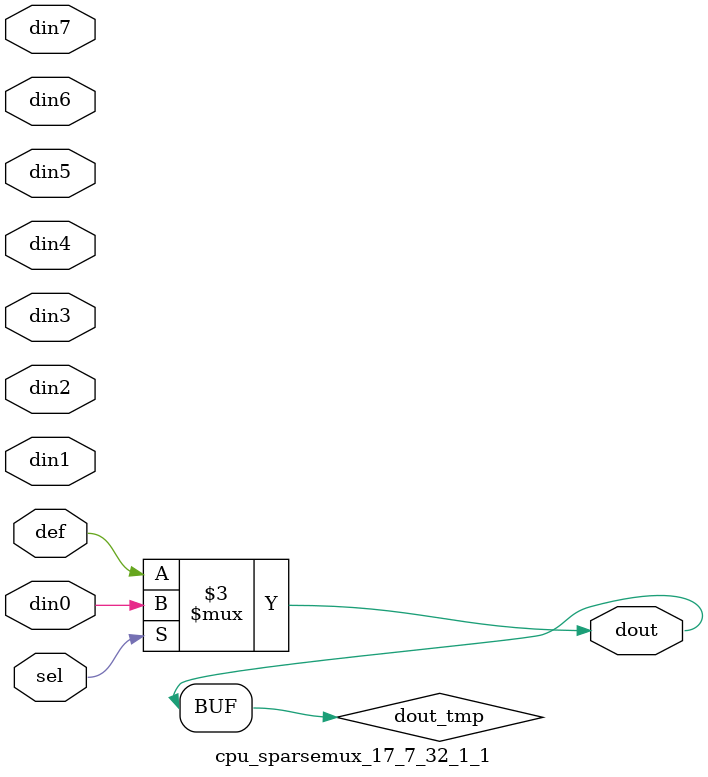
<source format=v>
`timescale 1ns / 1ps

module cpu_sparsemux_17_7_32_1_1 (din0,din1,din2,din3,din4,din5,din6,din7,def,sel,dout);

parameter din0_WIDTH = 1;

parameter din1_WIDTH = 1;

parameter din2_WIDTH = 1;

parameter din3_WIDTH = 1;

parameter din4_WIDTH = 1;

parameter din5_WIDTH = 1;

parameter din6_WIDTH = 1;

parameter din7_WIDTH = 1;

parameter def_WIDTH = 1;
parameter sel_WIDTH = 1;
parameter dout_WIDTH = 1;

parameter [sel_WIDTH-1:0] CASE0 = 1;

parameter [sel_WIDTH-1:0] CASE1 = 1;

parameter [sel_WIDTH-1:0] CASE2 = 1;

parameter [sel_WIDTH-1:0] CASE3 = 1;

parameter [sel_WIDTH-1:0] CASE4 = 1;

parameter [sel_WIDTH-1:0] CASE5 = 1;

parameter [sel_WIDTH-1:0] CASE6 = 1;

parameter [sel_WIDTH-1:0] CASE7 = 1;

parameter ID = 1;
parameter NUM_STAGE = 1;



input [din0_WIDTH-1:0] din0;

input [din1_WIDTH-1:0] din1;

input [din2_WIDTH-1:0] din2;

input [din3_WIDTH-1:0] din3;

input [din4_WIDTH-1:0] din4;

input [din5_WIDTH-1:0] din5;

input [din6_WIDTH-1:0] din6;

input [din7_WIDTH-1:0] din7;

input [def_WIDTH-1:0] def;
input [sel_WIDTH-1:0] sel;

output [dout_WIDTH-1:0] dout;



reg [dout_WIDTH-1:0] dout_tmp;


always @ (*) begin
(* parallel_case *) case (sel)
    
    CASE0 : dout_tmp = din0;
    
    CASE1 : dout_tmp = din1;
    
    CASE2 : dout_tmp = din2;
    
    CASE3 : dout_tmp = din3;
    
    CASE4 : dout_tmp = din4;
    
    CASE5 : dout_tmp = din5;
    
    CASE6 : dout_tmp = din6;
    
    CASE7 : dout_tmp = din7;
    
    default : dout_tmp = def;
endcase
end


assign dout = dout_tmp;



endmodule

</source>
